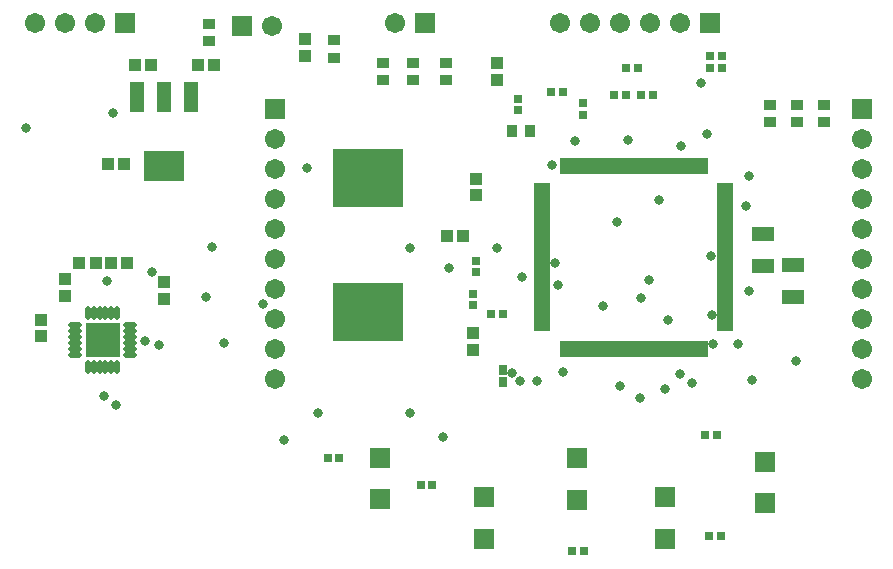
<source format=gts>
%FSTAX23Y23*%
%MOIN*%
%SFA1B1*%

%IPPOS*%
%ADD39R,0.043430X0.035560*%
%ADD40R,0.234380X0.195010*%
%ADD41O,0.045400X0.017840*%
%ADD42O,0.017840X0.045400*%
%ADD43R,0.114300X0.114300*%
%ADD44R,0.027690X0.031620*%
%ADD45R,0.031620X0.027690*%
%ADD46R,0.028000X0.033000*%
%ADD47R,0.043430X0.039500*%
%ADD48R,0.039500X0.043430*%
%ADD49R,0.074930X0.051310*%
%ADD50R,0.067060X0.067060*%
%ADD51R,0.055240X0.019810*%
%ADD52R,0.019810X0.055240*%
%ADD53R,0.137920X0.102490*%
%ADD54R,0.047370X0.102490*%
%ADD55R,0.035560X0.043430*%
%ADD56C,0.067060*%
%ADD57R,0.067060X0.067060*%
%ADD58C,0.033000*%
%LNhanc_digital-1*%
%LPD*%
G54D39*
X0626Y04249D03*
Y0419D03*
X0617Y04249D03*
Y0419D03*
X0608D03*
Y04249D03*
X0421Y0446D03*
Y04519D03*
X05Y04389D03*
Y0433D03*
X04625Y04464D03*
Y04405D03*
X0479Y04389D03*
Y0433D03*
X0489Y04389D03*
Y0433D03*
G54D40*
X0474Y04003D03*
Y03556D03*
G54D41*
X03764Y03514D03*
Y03494D03*
Y03474D03*
Y03455D03*
Y03435D03*
Y03415D03*
X03945D03*
Y03435D03*
Y03455D03*
Y03474D03*
Y03494D03*
Y03514D03*
G54D42*
X03805Y03374D03*
X03825D03*
X03845D03*
X03864D03*
X03884D03*
X03904D03*
Y03555D03*
X03884D03*
X03864D03*
X03845D03*
X03825D03*
X03805D03*
G54D43*
X03855Y03465D03*
G54D44*
X0509Y03619D03*
Y0358D03*
X05457Y04215D03*
Y04254D03*
X0524Y0423D03*
Y04269D03*
X051Y0369D03*
Y03729D03*
G54D45*
X04644Y0307D03*
X04605D03*
X04954Y0298D03*
X04915D03*
X05459Y0276D03*
X0542D03*
X05915Y02812D03*
X05876D03*
X05902Y03146D03*
X05863D03*
X0588Y0437D03*
X05919D03*
X0588Y0441D03*
X05919D03*
X05689Y0428D03*
X0565D03*
X05639Y0437D03*
X056D03*
X0556Y0428D03*
X05599D03*
X0535Y0429D03*
X05389D03*
X0515Y0355D03*
X05189D03*
G54D46*
X0519Y03325D03*
Y03365D03*
G54D47*
X0509Y03432D03*
Y03487D03*
X0365Y03477D03*
Y03532D03*
X0373Y03612D03*
Y03667D03*
X0406Y03602D03*
Y03657D03*
X0517Y04332D03*
Y04387D03*
X0453Y04467D03*
Y04412D03*
X051Y03947D03*
Y04002D03*
G54D48*
X05057Y0381D03*
X05002D03*
X03832Y0372D03*
X03777D03*
X03937D03*
X03882D03*
X03872Y0405D03*
X03927D03*
X04227Y0438D03*
X04172D03*
X03962D03*
X04017D03*
G54D49*
X06055Y03818D03*
Y03711D03*
X06155Y03713D03*
Y03606D03*
G54D50*
X0478Y03072D03*
Y02935D03*
X05127Y0294D03*
Y02802D03*
X0573Y0294D03*
Y02802D03*
X06063Y02922D03*
Y03059D03*
X05435Y0307D03*
Y02932D03*
X06385Y04235D03*
X0443D03*
G54D51*
X05319Y03976D03*
Y03956D03*
Y03936D03*
Y03917D03*
Y03897D03*
Y03877D03*
Y03858D03*
Y03838D03*
Y03818D03*
Y03799D03*
Y03779D03*
Y03759D03*
Y0374D03*
Y0372D03*
Y037D03*
Y0368D03*
Y03661D03*
Y03641D03*
Y03621D03*
Y03602D03*
Y03582D03*
Y03562D03*
Y03543D03*
Y03523D03*
Y03503D03*
X0593D03*
Y03523D03*
Y03543D03*
Y03562D03*
Y03582D03*
Y03602D03*
Y03621D03*
Y03641D03*
Y03661D03*
Y0368D03*
Y037D03*
Y0372D03*
Y0374D03*
Y03759D03*
Y03779D03*
Y03799D03*
Y03818D03*
Y03838D03*
Y03858D03*
Y03877D03*
Y03897D03*
Y03917D03*
Y03936D03*
Y03956D03*
Y03976D03*
G54D52*
X05388Y03434D03*
X05408D03*
X05428D03*
X05447D03*
X05467D03*
X05487D03*
X05506D03*
X05526D03*
X05546D03*
X05565D03*
X05585D03*
X05605D03*
X05625D03*
X05644D03*
X05664D03*
X05684D03*
X05703D03*
X05723D03*
X05743D03*
X05762D03*
X05782D03*
X05802D03*
X05821D03*
X05841D03*
X05861D03*
Y04045D03*
X05841D03*
X05821D03*
X05802D03*
X05782D03*
X05762D03*
X05743D03*
X05723D03*
X05703D03*
X05684D03*
X05664D03*
X05644D03*
X05625D03*
X05605D03*
X05585D03*
X05565D03*
X05546D03*
X05526D03*
X05506D03*
X05487D03*
X05467D03*
X05447D03*
X05428D03*
X05408D03*
X05388D03*
G54D53*
X0406Y04045D03*
G54D54*
X03969Y04274D03*
X0406D03*
X0415D03*
G54D55*
X05279Y0416D03*
X0522D03*
G54D56*
X06385Y04135D03*
Y03935D03*
Y03835D03*
Y03735D03*
Y03635D03*
Y03535D03*
Y03435D03*
Y03335D03*
Y04035D03*
X0443Y04135D03*
Y03935D03*
Y03835D03*
Y03735D03*
Y03635D03*
Y03535D03*
Y03435D03*
Y03335D03*
Y04035D03*
X0442Y0451D03*
X0383Y0452D03*
X0373D03*
X0363D03*
X0483D03*
X0538D03*
X0548D03*
X0558D03*
X0568D03*
X0578D03*
G54D57*
X0432Y0451D03*
X0393Y0452D03*
X0493D03*
X0588D03*
G54D58*
X0601Y0401D03*
X0587Y0415D03*
X06Y0391D03*
X0585Y0432D03*
X04259Y03455D03*
X0422Y03775D03*
X0488Y0377D03*
X0517D03*
X0402Y0369D03*
X0387Y0366D03*
X03833Y03486D03*
X03876D03*
X03833Y03443D03*
X03876D03*
X0446Y0313D03*
X0499Y0314D03*
X0488Y0322D03*
X05428Y04127D03*
X04536Y04036D03*
X0557Y03858D03*
X0501Y03705D03*
X05884Y03745D03*
X06008Y03629D03*
X0602Y0333D03*
X05373Y03649D03*
X042Y03606D03*
X05254Y03675D03*
X04043Y03449D03*
X05974Y03452D03*
X05645Y0327D03*
X04574Y03221D03*
X05886Y03546D03*
X04389Y03585D03*
X05675Y03663D03*
X05388Y03358D03*
X03899Y03249D03*
X05219Y03354D03*
X05362Y0372D03*
X06167Y03393D03*
X05304Y03326D03*
X05245D03*
X05352Y04046D03*
X0558Y0331D03*
X03859Y03279D03*
X05521Y03578D03*
X05649Y03605D03*
X0574Y0353D03*
X0589Y0345D03*
X0573Y033D03*
X0582Y0332D03*
X0578Y0335D03*
X03996Y03461D03*
X0389Y0422D03*
X036Y0417D03*
X05605Y0413D03*
X0571Y0393D03*
X05783Y0411D03*
M02*
</source>
